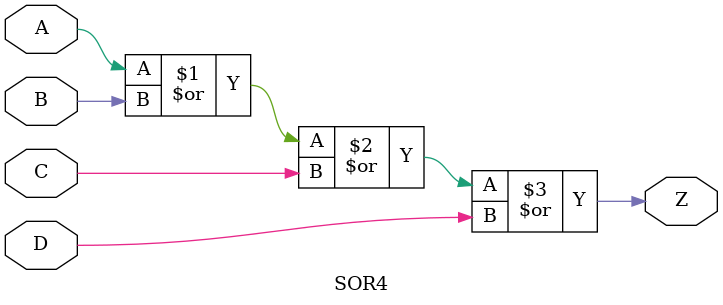
<source format=v>
`resetall
`timescale 1 ns / 100 ps

`celldefine

module SOR4 (A, B, C, D, Z);
  input A, B, C, D;
  output Z;

  or (Z, A, B, C, D);


endmodule 

`endcelldefine

</source>
